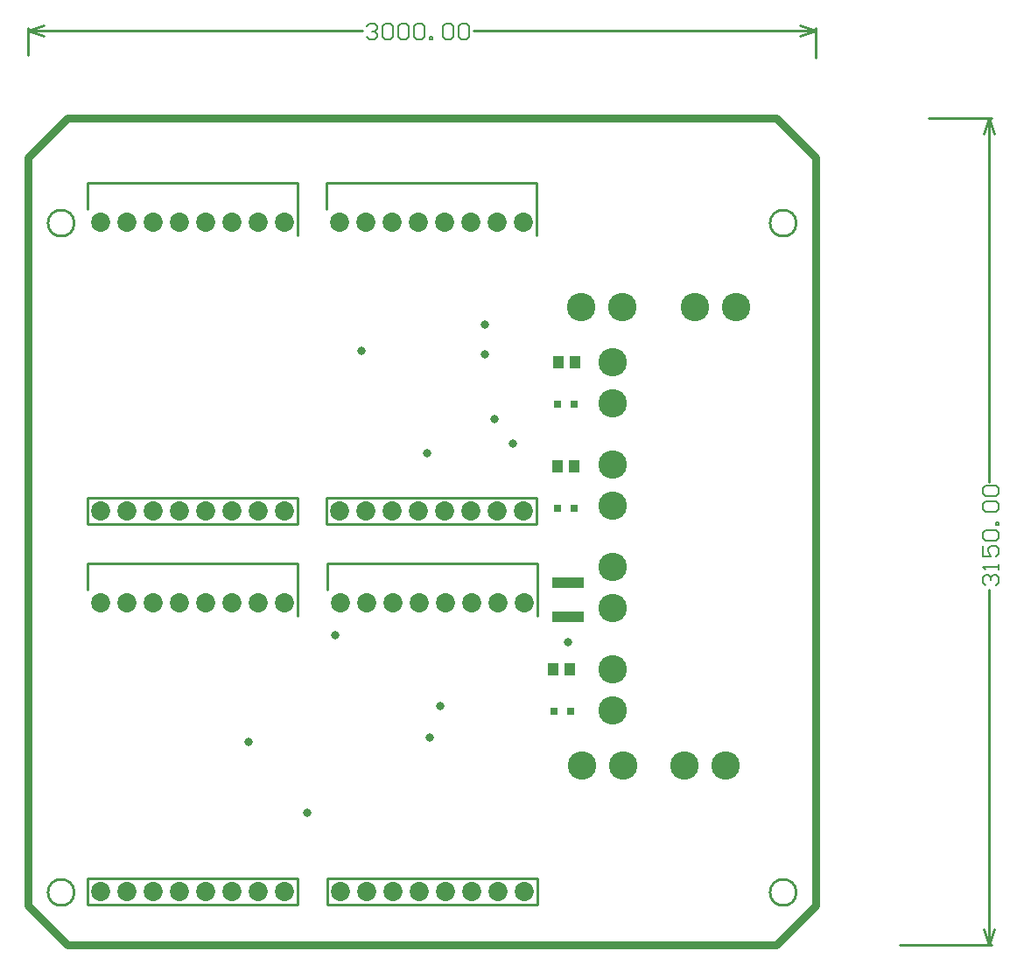
<source format=gts>
G04*
G04 #@! TF.GenerationSoftware,Altium Limited,Altium Designer,22.9.1 (49)*
G04*
G04 Layer_Color=8388736*
%FSLAX24Y24*%
%MOIN*%
G70*
G04*
G04 #@! TF.SameCoordinates,10C0EDED-7795-41B1-8CC0-87200EC90710*
G04*
G04*
G04 #@! TF.FilePolarity,Negative*
G04*
G01*
G75*
%ADD12C,0.0100*%
%ADD14C,0.0300*%
%ADD15C,0.0060*%
%ADD16R,0.0315X0.0295*%
%ADD19R,0.0434X0.0454*%
%ADD20R,0.1186X0.0407*%
%ADD21C,0.0730*%
%ADD22C,0.1084*%
%ADD23C,0.0330*%
D12*
X29250Y2000D02*
G03*
X29250Y2000I-500J0D01*
G01*
Y27500D02*
G03*
X29250Y27500I-500J0D01*
G01*
X1750Y2000D02*
G03*
X1750Y2000I-500J0D01*
G01*
Y27500D02*
G03*
X1750Y27500I-500J0D01*
G01*
X2250Y1550D02*
X10250D01*
Y2550D01*
X2250D02*
X10250D01*
X2250Y1550D02*
Y2550D01*
X10250Y12550D02*
Y14550D01*
X3250D02*
X10250D01*
X2250Y13550D02*
Y14550D01*
X3250D01*
X2250Y29050D02*
X3250D01*
X2250Y28050D02*
Y29050D01*
X3250D02*
X10250D01*
Y27050D02*
Y29050D01*
X2250Y16050D02*
Y17050D01*
X10250D01*
Y16050D02*
Y17050D01*
X2250Y16050D02*
X10250D01*
X11400Y1550D02*
X19400D01*
Y2550D01*
X11400D02*
X19400D01*
X11400Y1550D02*
Y2550D01*
X19400Y12550D02*
Y14550D01*
X12400D02*
X19400D01*
X11400Y13550D02*
Y14550D01*
X12400D01*
X11350Y16050D02*
X19350D01*
Y17050D01*
X11350D02*
X19350D01*
X11350Y16050D02*
Y17050D01*
X19350Y27050D02*
Y29050D01*
X12350D02*
X19350D01*
X11350Y28050D02*
Y29050D01*
X12350D01*
X0Y34850D02*
X600Y35050D01*
X0Y34850D02*
X600Y34650D01*
X29400D02*
X30000Y34850D01*
X29400Y35050D02*
X30000Y34850D01*
X0D02*
X12731D01*
X16949D02*
X30000D01*
X0Y33900D02*
Y34950D01*
X30000Y33800D02*
Y34950D01*
X36400Y600D02*
X36600Y0D01*
X36800Y600D01*
X36600Y31500D02*
X36800Y30900D01*
X36400D02*
X36600Y31500D01*
Y0D02*
Y13531D01*
Y17649D02*
Y31500D01*
X33200Y0D02*
X36700D01*
X34300Y31500D02*
X36700D01*
D14*
X30000Y1500D02*
Y30000D01*
X1500Y31500D02*
X28500D01*
X30000Y30000D01*
X-0D02*
X0Y1500D01*
Y30000D02*
X1500Y31500D01*
X28500Y0D02*
X30000Y1500D01*
X0D02*
X1500Y0D01*
X28500D01*
D15*
X12891Y34990D02*
X12991Y35090D01*
X13191D01*
X13290Y34990D01*
Y34890D01*
X13191Y34790D01*
X13091D01*
X13191D01*
X13290Y34690D01*
Y34590D01*
X13191Y34490D01*
X12991D01*
X12891Y34590D01*
X13490Y34990D02*
X13590Y35090D01*
X13790D01*
X13890Y34990D01*
Y34590D01*
X13790Y34490D01*
X13590D01*
X13490Y34590D01*
Y34990D01*
X14090D02*
X14190Y35090D01*
X14390D01*
X14490Y34990D01*
Y34590D01*
X14390Y34490D01*
X14190D01*
X14090Y34590D01*
Y34990D01*
X14690D02*
X14790Y35090D01*
X14990D01*
X15090Y34990D01*
Y34590D01*
X14990Y34490D01*
X14790D01*
X14690Y34590D01*
Y34990D01*
X15290Y34490D02*
Y34590D01*
X15390D01*
Y34490D01*
X15290D01*
X15790Y34990D02*
X15890Y35090D01*
X16090D01*
X16190Y34990D01*
Y34590D01*
X16090Y34490D01*
X15890D01*
X15790Y34590D01*
Y34990D01*
X16389D02*
X16489Y35090D01*
X16689D01*
X16789Y34990D01*
Y34590D01*
X16689Y34490D01*
X16489D01*
X16389Y34590D01*
Y34990D01*
X36460Y13691D02*
X36360Y13791D01*
Y13991D01*
X36460Y14090D01*
X36560D01*
X36660Y13991D01*
Y13891D01*
Y13991D01*
X36760Y14090D01*
X36860D01*
X36960Y13991D01*
Y13791D01*
X36860Y13691D01*
X36960Y14290D02*
Y14490D01*
Y14390D01*
X36360D01*
X36460Y14290D01*
X36360Y15190D02*
Y14790D01*
X36660D01*
X36560Y14990D01*
Y15090D01*
X36660Y15190D01*
X36860D01*
X36960Y15090D01*
Y14890D01*
X36860Y14790D01*
X36460Y15390D02*
X36360Y15490D01*
Y15690D01*
X36460Y15790D01*
X36860D01*
X36960Y15690D01*
Y15490D01*
X36860Y15390D01*
X36460D01*
X36960Y15990D02*
X36860D01*
Y16090D01*
X36960D01*
Y15990D01*
X36460Y16490D02*
X36360Y16590D01*
Y16790D01*
X36460Y16890D01*
X36860D01*
X36960Y16790D01*
Y16590D01*
X36860Y16490D01*
X36460D01*
Y17090D02*
X36360Y17189D01*
Y17389D01*
X36460Y17489D01*
X36860D01*
X36960Y17389D01*
Y17189D01*
X36860Y17090D01*
X36460D01*
D16*
X20665Y8900D02*
D03*
X20035D02*
D03*
X20800Y16650D02*
D03*
X20170D02*
D03*
X20800Y20600D02*
D03*
X20170D02*
D03*
D19*
X20615Y10500D02*
D03*
X19985D02*
D03*
X20800Y18250D02*
D03*
X20170D02*
D03*
X20185Y22200D02*
D03*
X20815D02*
D03*
D20*
X20550Y13804D02*
D03*
Y12496D02*
D03*
D21*
X3750Y2050D02*
D03*
X9750Y13050D02*
D03*
X8750D02*
D03*
X7750D02*
D03*
X6750D02*
D03*
X5750D02*
D03*
X4750D02*
D03*
X3750D02*
D03*
X2750D02*
D03*
Y2050D02*
D03*
X9750D02*
D03*
X8750D02*
D03*
X7750D02*
D03*
X6750D02*
D03*
X5750D02*
D03*
X4750D02*
D03*
Y16550D02*
D03*
X5750D02*
D03*
X6750D02*
D03*
X7750D02*
D03*
X8750D02*
D03*
X9750D02*
D03*
X2750D02*
D03*
Y27550D02*
D03*
X3750D02*
D03*
X4750D02*
D03*
X5750D02*
D03*
X6750D02*
D03*
X7750D02*
D03*
X8750D02*
D03*
X9750D02*
D03*
X3750Y16550D02*
D03*
X12900Y2050D02*
D03*
X18900Y13050D02*
D03*
X17900D02*
D03*
X16900D02*
D03*
X15900D02*
D03*
X14900D02*
D03*
X13900D02*
D03*
X12900D02*
D03*
X11900D02*
D03*
Y2050D02*
D03*
X18900D02*
D03*
X17900D02*
D03*
X16900D02*
D03*
X15900D02*
D03*
X14900D02*
D03*
X13900D02*
D03*
X12850Y16550D02*
D03*
X18850Y27550D02*
D03*
X17850D02*
D03*
X16850D02*
D03*
X15850D02*
D03*
X14850D02*
D03*
X13850D02*
D03*
X12850D02*
D03*
X11850D02*
D03*
Y16550D02*
D03*
X18850D02*
D03*
X17850D02*
D03*
X16850D02*
D03*
X15850D02*
D03*
X14850D02*
D03*
X13850D02*
D03*
D22*
X21100Y6850D02*
D03*
X22659D02*
D03*
X25000D02*
D03*
X26559D02*
D03*
X22250Y8941D02*
D03*
Y10500D02*
D03*
Y12841D02*
D03*
Y14400D02*
D03*
Y16750D02*
D03*
Y18309D02*
D03*
Y22209D02*
D03*
Y20650D02*
D03*
X26950Y24300D02*
D03*
X25391D02*
D03*
X22609D02*
D03*
X21050D02*
D03*
D23*
X17400Y23650D02*
D03*
Y22500D02*
D03*
X15300Y7900D02*
D03*
X15700Y9100D02*
D03*
X10625Y5049D02*
D03*
X8400Y7750D02*
D03*
X11700Y11800D02*
D03*
X20550Y11550D02*
D03*
X15175Y18725D02*
D03*
X18450Y19115D02*
D03*
X17750Y20050D02*
D03*
X12680Y22650D02*
D03*
M02*

</source>
